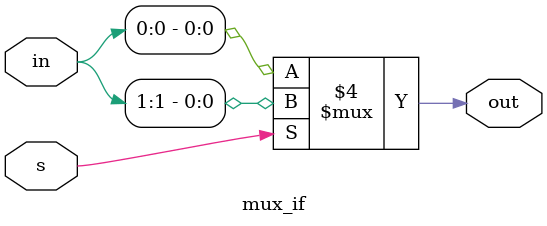
<source format=v>

module mux_if(

    input [1:0]in,
    input s,
    output reg out

);

always @(*) begin

    if( s== 1'b0 )
       out = in[0];
    else
    out = in[1];
    
end

endmodule
</source>
